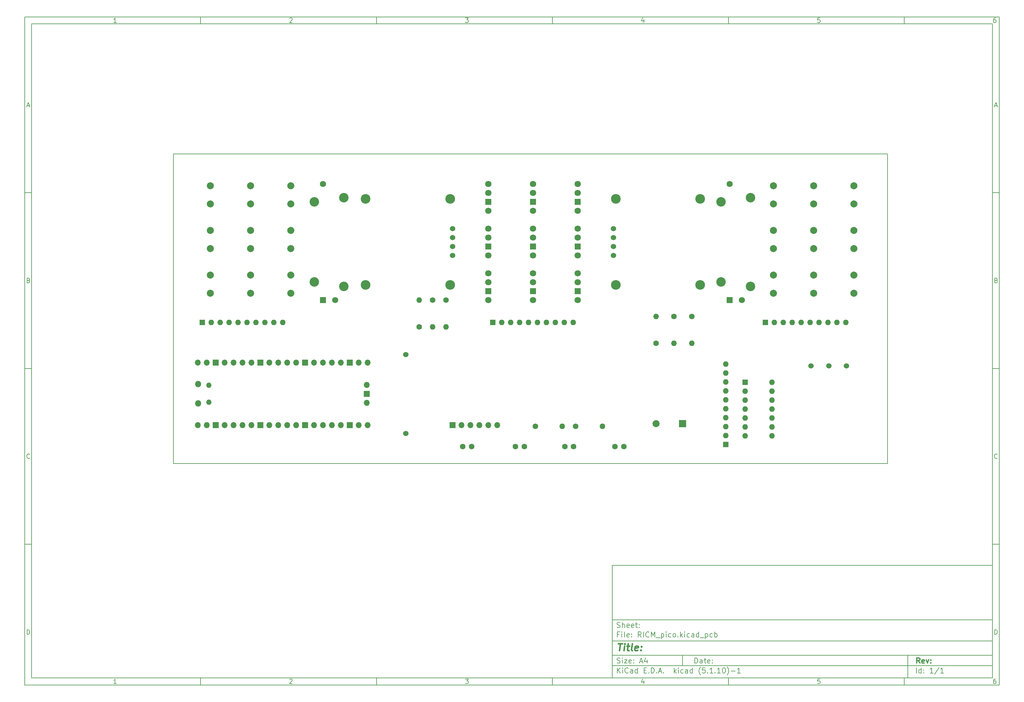
<source format=gbs>
%TF.GenerationSoftware,KiCad,Pcbnew,(5.1.10)-1*%
%TF.CreationDate,2021-07-12T12:41:51-04:00*%
%TF.ProjectId,RICM_pico,5249434d-5f70-4696-936f-2e6b69636164,rev?*%
%TF.SameCoordinates,Original*%
%TF.FileFunction,Soldermask,Bot*%
%TF.FilePolarity,Negative*%
%FSLAX46Y46*%
G04 Gerber Fmt 4.6, Leading zero omitted, Abs format (unit mm)*
G04 Created by KiCad (PCBNEW (5.1.10)-1) date 2021-07-12 12:41:51*
%MOMM*%
%LPD*%
G01*
G04 APERTURE LIST*
%ADD10C,0.100000*%
%ADD11C,0.150000*%
%ADD12C,0.300000*%
%ADD13C,0.400000*%
%TA.AperFunction,Profile*%
%ADD14C,0.150000*%
%TD*%
%ADD15C,1.524000*%
%ADD16C,1.600000*%
%ADD17R,1.800000X1.800000*%
%ADD18C,1.800000*%
%ADD19O,1.600000X1.600000*%
%ADD20R,1.600000X1.600000*%
%ADD21R,2.000000X2.000000*%
%ADD22C,2.000000*%
%ADD23C,2.750000*%
%ADD24R,1.700000X1.700000*%
%ADD25O,1.700000X1.700000*%
%ADD26O,1.800000X1.800000*%
%ADD27O,1.500000X1.500000*%
%ADD28R,1.750000X1.750000*%
%ADD29C,1.750000*%
%ADD30C,2.700000*%
G04 APERTURE END LIST*
D10*
D11*
X177002200Y-166007200D02*
X177002200Y-198007200D01*
X285002200Y-198007200D01*
X285002200Y-166007200D01*
X177002200Y-166007200D01*
D10*
D11*
X10000000Y-10000000D02*
X10000000Y-200007200D01*
X287002200Y-200007200D01*
X287002200Y-10000000D01*
X10000000Y-10000000D01*
D10*
D11*
X12000000Y-12000000D02*
X12000000Y-198007200D01*
X285002200Y-198007200D01*
X285002200Y-12000000D01*
X12000000Y-12000000D01*
D10*
D11*
X60000000Y-12000000D02*
X60000000Y-10000000D01*
D10*
D11*
X110000000Y-12000000D02*
X110000000Y-10000000D01*
D10*
D11*
X160000000Y-12000000D02*
X160000000Y-10000000D01*
D10*
D11*
X210000000Y-12000000D02*
X210000000Y-10000000D01*
D10*
D11*
X260000000Y-12000000D02*
X260000000Y-10000000D01*
D10*
D11*
X36065476Y-11588095D02*
X35322619Y-11588095D01*
X35694047Y-11588095D02*
X35694047Y-10288095D01*
X35570238Y-10473809D01*
X35446428Y-10597619D01*
X35322619Y-10659523D01*
D10*
D11*
X85322619Y-10411904D02*
X85384523Y-10350000D01*
X85508333Y-10288095D01*
X85817857Y-10288095D01*
X85941666Y-10350000D01*
X86003571Y-10411904D01*
X86065476Y-10535714D01*
X86065476Y-10659523D01*
X86003571Y-10845238D01*
X85260714Y-11588095D01*
X86065476Y-11588095D01*
D10*
D11*
X135260714Y-10288095D02*
X136065476Y-10288095D01*
X135632142Y-10783333D01*
X135817857Y-10783333D01*
X135941666Y-10845238D01*
X136003571Y-10907142D01*
X136065476Y-11030952D01*
X136065476Y-11340476D01*
X136003571Y-11464285D01*
X135941666Y-11526190D01*
X135817857Y-11588095D01*
X135446428Y-11588095D01*
X135322619Y-11526190D01*
X135260714Y-11464285D01*
D10*
D11*
X185941666Y-10721428D02*
X185941666Y-11588095D01*
X185632142Y-10226190D02*
X185322619Y-11154761D01*
X186127380Y-11154761D01*
D10*
D11*
X236003571Y-10288095D02*
X235384523Y-10288095D01*
X235322619Y-10907142D01*
X235384523Y-10845238D01*
X235508333Y-10783333D01*
X235817857Y-10783333D01*
X235941666Y-10845238D01*
X236003571Y-10907142D01*
X236065476Y-11030952D01*
X236065476Y-11340476D01*
X236003571Y-11464285D01*
X235941666Y-11526190D01*
X235817857Y-11588095D01*
X235508333Y-11588095D01*
X235384523Y-11526190D01*
X235322619Y-11464285D01*
D10*
D11*
X285941666Y-10288095D02*
X285694047Y-10288095D01*
X285570238Y-10350000D01*
X285508333Y-10411904D01*
X285384523Y-10597619D01*
X285322619Y-10845238D01*
X285322619Y-11340476D01*
X285384523Y-11464285D01*
X285446428Y-11526190D01*
X285570238Y-11588095D01*
X285817857Y-11588095D01*
X285941666Y-11526190D01*
X286003571Y-11464285D01*
X286065476Y-11340476D01*
X286065476Y-11030952D01*
X286003571Y-10907142D01*
X285941666Y-10845238D01*
X285817857Y-10783333D01*
X285570238Y-10783333D01*
X285446428Y-10845238D01*
X285384523Y-10907142D01*
X285322619Y-11030952D01*
D10*
D11*
X60000000Y-198007200D02*
X60000000Y-200007200D01*
D10*
D11*
X110000000Y-198007200D02*
X110000000Y-200007200D01*
D10*
D11*
X160000000Y-198007200D02*
X160000000Y-200007200D01*
D10*
D11*
X210000000Y-198007200D02*
X210000000Y-200007200D01*
D10*
D11*
X260000000Y-198007200D02*
X260000000Y-200007200D01*
D10*
D11*
X36065476Y-199595295D02*
X35322619Y-199595295D01*
X35694047Y-199595295D02*
X35694047Y-198295295D01*
X35570238Y-198481009D01*
X35446428Y-198604819D01*
X35322619Y-198666723D01*
D10*
D11*
X85322619Y-198419104D02*
X85384523Y-198357200D01*
X85508333Y-198295295D01*
X85817857Y-198295295D01*
X85941666Y-198357200D01*
X86003571Y-198419104D01*
X86065476Y-198542914D01*
X86065476Y-198666723D01*
X86003571Y-198852438D01*
X85260714Y-199595295D01*
X86065476Y-199595295D01*
D10*
D11*
X135260714Y-198295295D02*
X136065476Y-198295295D01*
X135632142Y-198790533D01*
X135817857Y-198790533D01*
X135941666Y-198852438D01*
X136003571Y-198914342D01*
X136065476Y-199038152D01*
X136065476Y-199347676D01*
X136003571Y-199471485D01*
X135941666Y-199533390D01*
X135817857Y-199595295D01*
X135446428Y-199595295D01*
X135322619Y-199533390D01*
X135260714Y-199471485D01*
D10*
D11*
X185941666Y-198728628D02*
X185941666Y-199595295D01*
X185632142Y-198233390D02*
X185322619Y-199161961D01*
X186127380Y-199161961D01*
D10*
D11*
X236003571Y-198295295D02*
X235384523Y-198295295D01*
X235322619Y-198914342D01*
X235384523Y-198852438D01*
X235508333Y-198790533D01*
X235817857Y-198790533D01*
X235941666Y-198852438D01*
X236003571Y-198914342D01*
X236065476Y-199038152D01*
X236065476Y-199347676D01*
X236003571Y-199471485D01*
X235941666Y-199533390D01*
X235817857Y-199595295D01*
X235508333Y-199595295D01*
X235384523Y-199533390D01*
X235322619Y-199471485D01*
D10*
D11*
X285941666Y-198295295D02*
X285694047Y-198295295D01*
X285570238Y-198357200D01*
X285508333Y-198419104D01*
X285384523Y-198604819D01*
X285322619Y-198852438D01*
X285322619Y-199347676D01*
X285384523Y-199471485D01*
X285446428Y-199533390D01*
X285570238Y-199595295D01*
X285817857Y-199595295D01*
X285941666Y-199533390D01*
X286003571Y-199471485D01*
X286065476Y-199347676D01*
X286065476Y-199038152D01*
X286003571Y-198914342D01*
X285941666Y-198852438D01*
X285817857Y-198790533D01*
X285570238Y-198790533D01*
X285446428Y-198852438D01*
X285384523Y-198914342D01*
X285322619Y-199038152D01*
D10*
D11*
X10000000Y-60000000D02*
X12000000Y-60000000D01*
D10*
D11*
X10000000Y-110000000D02*
X12000000Y-110000000D01*
D10*
D11*
X10000000Y-160000000D02*
X12000000Y-160000000D01*
D10*
D11*
X10690476Y-35216666D02*
X11309523Y-35216666D01*
X10566666Y-35588095D02*
X11000000Y-34288095D01*
X11433333Y-35588095D01*
D10*
D11*
X11092857Y-84907142D02*
X11278571Y-84969047D01*
X11340476Y-85030952D01*
X11402380Y-85154761D01*
X11402380Y-85340476D01*
X11340476Y-85464285D01*
X11278571Y-85526190D01*
X11154761Y-85588095D01*
X10659523Y-85588095D01*
X10659523Y-84288095D01*
X11092857Y-84288095D01*
X11216666Y-84350000D01*
X11278571Y-84411904D01*
X11340476Y-84535714D01*
X11340476Y-84659523D01*
X11278571Y-84783333D01*
X11216666Y-84845238D01*
X11092857Y-84907142D01*
X10659523Y-84907142D01*
D10*
D11*
X11402380Y-135464285D02*
X11340476Y-135526190D01*
X11154761Y-135588095D01*
X11030952Y-135588095D01*
X10845238Y-135526190D01*
X10721428Y-135402380D01*
X10659523Y-135278571D01*
X10597619Y-135030952D01*
X10597619Y-134845238D01*
X10659523Y-134597619D01*
X10721428Y-134473809D01*
X10845238Y-134350000D01*
X11030952Y-134288095D01*
X11154761Y-134288095D01*
X11340476Y-134350000D01*
X11402380Y-134411904D01*
D10*
D11*
X10659523Y-185588095D02*
X10659523Y-184288095D01*
X10969047Y-184288095D01*
X11154761Y-184350000D01*
X11278571Y-184473809D01*
X11340476Y-184597619D01*
X11402380Y-184845238D01*
X11402380Y-185030952D01*
X11340476Y-185278571D01*
X11278571Y-185402380D01*
X11154761Y-185526190D01*
X10969047Y-185588095D01*
X10659523Y-185588095D01*
D10*
D11*
X287002200Y-60000000D02*
X285002200Y-60000000D01*
D10*
D11*
X287002200Y-110000000D02*
X285002200Y-110000000D01*
D10*
D11*
X287002200Y-160000000D02*
X285002200Y-160000000D01*
D10*
D11*
X285692676Y-35216666D02*
X286311723Y-35216666D01*
X285568866Y-35588095D02*
X286002200Y-34288095D01*
X286435533Y-35588095D01*
D10*
D11*
X286095057Y-84907142D02*
X286280771Y-84969047D01*
X286342676Y-85030952D01*
X286404580Y-85154761D01*
X286404580Y-85340476D01*
X286342676Y-85464285D01*
X286280771Y-85526190D01*
X286156961Y-85588095D01*
X285661723Y-85588095D01*
X285661723Y-84288095D01*
X286095057Y-84288095D01*
X286218866Y-84350000D01*
X286280771Y-84411904D01*
X286342676Y-84535714D01*
X286342676Y-84659523D01*
X286280771Y-84783333D01*
X286218866Y-84845238D01*
X286095057Y-84907142D01*
X285661723Y-84907142D01*
D10*
D11*
X286404580Y-135464285D02*
X286342676Y-135526190D01*
X286156961Y-135588095D01*
X286033152Y-135588095D01*
X285847438Y-135526190D01*
X285723628Y-135402380D01*
X285661723Y-135278571D01*
X285599819Y-135030952D01*
X285599819Y-134845238D01*
X285661723Y-134597619D01*
X285723628Y-134473809D01*
X285847438Y-134350000D01*
X286033152Y-134288095D01*
X286156961Y-134288095D01*
X286342676Y-134350000D01*
X286404580Y-134411904D01*
D10*
D11*
X285661723Y-185588095D02*
X285661723Y-184288095D01*
X285971247Y-184288095D01*
X286156961Y-184350000D01*
X286280771Y-184473809D01*
X286342676Y-184597619D01*
X286404580Y-184845238D01*
X286404580Y-185030952D01*
X286342676Y-185278571D01*
X286280771Y-185402380D01*
X286156961Y-185526190D01*
X285971247Y-185588095D01*
X285661723Y-185588095D01*
D10*
D11*
X200434342Y-193785771D02*
X200434342Y-192285771D01*
X200791485Y-192285771D01*
X201005771Y-192357200D01*
X201148628Y-192500057D01*
X201220057Y-192642914D01*
X201291485Y-192928628D01*
X201291485Y-193142914D01*
X201220057Y-193428628D01*
X201148628Y-193571485D01*
X201005771Y-193714342D01*
X200791485Y-193785771D01*
X200434342Y-193785771D01*
X202577200Y-193785771D02*
X202577200Y-193000057D01*
X202505771Y-192857200D01*
X202362914Y-192785771D01*
X202077200Y-192785771D01*
X201934342Y-192857200D01*
X202577200Y-193714342D02*
X202434342Y-193785771D01*
X202077200Y-193785771D01*
X201934342Y-193714342D01*
X201862914Y-193571485D01*
X201862914Y-193428628D01*
X201934342Y-193285771D01*
X202077200Y-193214342D01*
X202434342Y-193214342D01*
X202577200Y-193142914D01*
X203077200Y-192785771D02*
X203648628Y-192785771D01*
X203291485Y-192285771D02*
X203291485Y-193571485D01*
X203362914Y-193714342D01*
X203505771Y-193785771D01*
X203648628Y-193785771D01*
X204720057Y-193714342D02*
X204577200Y-193785771D01*
X204291485Y-193785771D01*
X204148628Y-193714342D01*
X204077200Y-193571485D01*
X204077200Y-193000057D01*
X204148628Y-192857200D01*
X204291485Y-192785771D01*
X204577200Y-192785771D01*
X204720057Y-192857200D01*
X204791485Y-193000057D01*
X204791485Y-193142914D01*
X204077200Y-193285771D01*
X205434342Y-193642914D02*
X205505771Y-193714342D01*
X205434342Y-193785771D01*
X205362914Y-193714342D01*
X205434342Y-193642914D01*
X205434342Y-193785771D01*
X205434342Y-192857200D02*
X205505771Y-192928628D01*
X205434342Y-193000057D01*
X205362914Y-192928628D01*
X205434342Y-192857200D01*
X205434342Y-193000057D01*
D10*
D11*
X177002200Y-194507200D02*
X285002200Y-194507200D01*
D10*
D11*
X178434342Y-196585771D02*
X178434342Y-195085771D01*
X179291485Y-196585771D02*
X178648628Y-195728628D01*
X179291485Y-195085771D02*
X178434342Y-195942914D01*
X179934342Y-196585771D02*
X179934342Y-195585771D01*
X179934342Y-195085771D02*
X179862914Y-195157200D01*
X179934342Y-195228628D01*
X180005771Y-195157200D01*
X179934342Y-195085771D01*
X179934342Y-195228628D01*
X181505771Y-196442914D02*
X181434342Y-196514342D01*
X181220057Y-196585771D01*
X181077200Y-196585771D01*
X180862914Y-196514342D01*
X180720057Y-196371485D01*
X180648628Y-196228628D01*
X180577200Y-195942914D01*
X180577200Y-195728628D01*
X180648628Y-195442914D01*
X180720057Y-195300057D01*
X180862914Y-195157200D01*
X181077200Y-195085771D01*
X181220057Y-195085771D01*
X181434342Y-195157200D01*
X181505771Y-195228628D01*
X182791485Y-196585771D02*
X182791485Y-195800057D01*
X182720057Y-195657200D01*
X182577200Y-195585771D01*
X182291485Y-195585771D01*
X182148628Y-195657200D01*
X182791485Y-196514342D02*
X182648628Y-196585771D01*
X182291485Y-196585771D01*
X182148628Y-196514342D01*
X182077200Y-196371485D01*
X182077200Y-196228628D01*
X182148628Y-196085771D01*
X182291485Y-196014342D01*
X182648628Y-196014342D01*
X182791485Y-195942914D01*
X184148628Y-196585771D02*
X184148628Y-195085771D01*
X184148628Y-196514342D02*
X184005771Y-196585771D01*
X183720057Y-196585771D01*
X183577200Y-196514342D01*
X183505771Y-196442914D01*
X183434342Y-196300057D01*
X183434342Y-195871485D01*
X183505771Y-195728628D01*
X183577200Y-195657200D01*
X183720057Y-195585771D01*
X184005771Y-195585771D01*
X184148628Y-195657200D01*
X186005771Y-195800057D02*
X186505771Y-195800057D01*
X186720057Y-196585771D02*
X186005771Y-196585771D01*
X186005771Y-195085771D01*
X186720057Y-195085771D01*
X187362914Y-196442914D02*
X187434342Y-196514342D01*
X187362914Y-196585771D01*
X187291485Y-196514342D01*
X187362914Y-196442914D01*
X187362914Y-196585771D01*
X188077200Y-196585771D02*
X188077200Y-195085771D01*
X188434342Y-195085771D01*
X188648628Y-195157200D01*
X188791485Y-195300057D01*
X188862914Y-195442914D01*
X188934342Y-195728628D01*
X188934342Y-195942914D01*
X188862914Y-196228628D01*
X188791485Y-196371485D01*
X188648628Y-196514342D01*
X188434342Y-196585771D01*
X188077200Y-196585771D01*
X189577200Y-196442914D02*
X189648628Y-196514342D01*
X189577200Y-196585771D01*
X189505771Y-196514342D01*
X189577200Y-196442914D01*
X189577200Y-196585771D01*
X190220057Y-196157200D02*
X190934342Y-196157200D01*
X190077200Y-196585771D02*
X190577200Y-195085771D01*
X191077200Y-196585771D01*
X191577200Y-196442914D02*
X191648628Y-196514342D01*
X191577200Y-196585771D01*
X191505771Y-196514342D01*
X191577200Y-196442914D01*
X191577200Y-196585771D01*
X194577200Y-196585771D02*
X194577200Y-195085771D01*
X194720057Y-196014342D02*
X195148628Y-196585771D01*
X195148628Y-195585771D02*
X194577200Y-196157200D01*
X195791485Y-196585771D02*
X195791485Y-195585771D01*
X195791485Y-195085771D02*
X195720057Y-195157200D01*
X195791485Y-195228628D01*
X195862914Y-195157200D01*
X195791485Y-195085771D01*
X195791485Y-195228628D01*
X197148628Y-196514342D02*
X197005771Y-196585771D01*
X196720057Y-196585771D01*
X196577200Y-196514342D01*
X196505771Y-196442914D01*
X196434342Y-196300057D01*
X196434342Y-195871485D01*
X196505771Y-195728628D01*
X196577200Y-195657200D01*
X196720057Y-195585771D01*
X197005771Y-195585771D01*
X197148628Y-195657200D01*
X198434342Y-196585771D02*
X198434342Y-195800057D01*
X198362914Y-195657200D01*
X198220057Y-195585771D01*
X197934342Y-195585771D01*
X197791485Y-195657200D01*
X198434342Y-196514342D02*
X198291485Y-196585771D01*
X197934342Y-196585771D01*
X197791485Y-196514342D01*
X197720057Y-196371485D01*
X197720057Y-196228628D01*
X197791485Y-196085771D01*
X197934342Y-196014342D01*
X198291485Y-196014342D01*
X198434342Y-195942914D01*
X199791485Y-196585771D02*
X199791485Y-195085771D01*
X199791485Y-196514342D02*
X199648628Y-196585771D01*
X199362914Y-196585771D01*
X199220057Y-196514342D01*
X199148628Y-196442914D01*
X199077200Y-196300057D01*
X199077200Y-195871485D01*
X199148628Y-195728628D01*
X199220057Y-195657200D01*
X199362914Y-195585771D01*
X199648628Y-195585771D01*
X199791485Y-195657200D01*
X202077200Y-197157200D02*
X202005771Y-197085771D01*
X201862914Y-196871485D01*
X201791485Y-196728628D01*
X201720057Y-196514342D01*
X201648628Y-196157200D01*
X201648628Y-195871485D01*
X201720057Y-195514342D01*
X201791485Y-195300057D01*
X201862914Y-195157200D01*
X202005771Y-194942914D01*
X202077200Y-194871485D01*
X203362914Y-195085771D02*
X202648628Y-195085771D01*
X202577200Y-195800057D01*
X202648628Y-195728628D01*
X202791485Y-195657200D01*
X203148628Y-195657200D01*
X203291485Y-195728628D01*
X203362914Y-195800057D01*
X203434342Y-195942914D01*
X203434342Y-196300057D01*
X203362914Y-196442914D01*
X203291485Y-196514342D01*
X203148628Y-196585771D01*
X202791485Y-196585771D01*
X202648628Y-196514342D01*
X202577200Y-196442914D01*
X204077200Y-196442914D02*
X204148628Y-196514342D01*
X204077200Y-196585771D01*
X204005771Y-196514342D01*
X204077200Y-196442914D01*
X204077200Y-196585771D01*
X205577200Y-196585771D02*
X204720057Y-196585771D01*
X205148628Y-196585771D02*
X205148628Y-195085771D01*
X205005771Y-195300057D01*
X204862914Y-195442914D01*
X204720057Y-195514342D01*
X206220057Y-196442914D02*
X206291485Y-196514342D01*
X206220057Y-196585771D01*
X206148628Y-196514342D01*
X206220057Y-196442914D01*
X206220057Y-196585771D01*
X207720057Y-196585771D02*
X206862914Y-196585771D01*
X207291485Y-196585771D02*
X207291485Y-195085771D01*
X207148628Y-195300057D01*
X207005771Y-195442914D01*
X206862914Y-195514342D01*
X208648628Y-195085771D02*
X208791485Y-195085771D01*
X208934342Y-195157200D01*
X209005771Y-195228628D01*
X209077200Y-195371485D01*
X209148628Y-195657200D01*
X209148628Y-196014342D01*
X209077200Y-196300057D01*
X209005771Y-196442914D01*
X208934342Y-196514342D01*
X208791485Y-196585771D01*
X208648628Y-196585771D01*
X208505771Y-196514342D01*
X208434342Y-196442914D01*
X208362914Y-196300057D01*
X208291485Y-196014342D01*
X208291485Y-195657200D01*
X208362914Y-195371485D01*
X208434342Y-195228628D01*
X208505771Y-195157200D01*
X208648628Y-195085771D01*
X209648628Y-197157200D02*
X209720057Y-197085771D01*
X209862914Y-196871485D01*
X209934342Y-196728628D01*
X210005771Y-196514342D01*
X210077200Y-196157200D01*
X210077200Y-195871485D01*
X210005771Y-195514342D01*
X209934342Y-195300057D01*
X209862914Y-195157200D01*
X209720057Y-194942914D01*
X209648628Y-194871485D01*
X210791485Y-196014342D02*
X211934342Y-196014342D01*
X213434342Y-196585771D02*
X212577200Y-196585771D01*
X213005771Y-196585771D02*
X213005771Y-195085771D01*
X212862914Y-195300057D01*
X212720057Y-195442914D01*
X212577200Y-195514342D01*
D10*
D11*
X177002200Y-191507200D02*
X285002200Y-191507200D01*
D10*
D12*
X264411485Y-193785771D02*
X263911485Y-193071485D01*
X263554342Y-193785771D02*
X263554342Y-192285771D01*
X264125771Y-192285771D01*
X264268628Y-192357200D01*
X264340057Y-192428628D01*
X264411485Y-192571485D01*
X264411485Y-192785771D01*
X264340057Y-192928628D01*
X264268628Y-193000057D01*
X264125771Y-193071485D01*
X263554342Y-193071485D01*
X265625771Y-193714342D02*
X265482914Y-193785771D01*
X265197200Y-193785771D01*
X265054342Y-193714342D01*
X264982914Y-193571485D01*
X264982914Y-193000057D01*
X265054342Y-192857200D01*
X265197200Y-192785771D01*
X265482914Y-192785771D01*
X265625771Y-192857200D01*
X265697200Y-193000057D01*
X265697200Y-193142914D01*
X264982914Y-193285771D01*
X266197200Y-192785771D02*
X266554342Y-193785771D01*
X266911485Y-192785771D01*
X267482914Y-193642914D02*
X267554342Y-193714342D01*
X267482914Y-193785771D01*
X267411485Y-193714342D01*
X267482914Y-193642914D01*
X267482914Y-193785771D01*
X267482914Y-192857200D02*
X267554342Y-192928628D01*
X267482914Y-193000057D01*
X267411485Y-192928628D01*
X267482914Y-192857200D01*
X267482914Y-193000057D01*
D10*
D11*
X178362914Y-193714342D02*
X178577200Y-193785771D01*
X178934342Y-193785771D01*
X179077200Y-193714342D01*
X179148628Y-193642914D01*
X179220057Y-193500057D01*
X179220057Y-193357200D01*
X179148628Y-193214342D01*
X179077200Y-193142914D01*
X178934342Y-193071485D01*
X178648628Y-193000057D01*
X178505771Y-192928628D01*
X178434342Y-192857200D01*
X178362914Y-192714342D01*
X178362914Y-192571485D01*
X178434342Y-192428628D01*
X178505771Y-192357200D01*
X178648628Y-192285771D01*
X179005771Y-192285771D01*
X179220057Y-192357200D01*
X179862914Y-193785771D02*
X179862914Y-192785771D01*
X179862914Y-192285771D02*
X179791485Y-192357200D01*
X179862914Y-192428628D01*
X179934342Y-192357200D01*
X179862914Y-192285771D01*
X179862914Y-192428628D01*
X180434342Y-192785771D02*
X181220057Y-192785771D01*
X180434342Y-193785771D01*
X181220057Y-193785771D01*
X182362914Y-193714342D02*
X182220057Y-193785771D01*
X181934342Y-193785771D01*
X181791485Y-193714342D01*
X181720057Y-193571485D01*
X181720057Y-193000057D01*
X181791485Y-192857200D01*
X181934342Y-192785771D01*
X182220057Y-192785771D01*
X182362914Y-192857200D01*
X182434342Y-193000057D01*
X182434342Y-193142914D01*
X181720057Y-193285771D01*
X183077200Y-193642914D02*
X183148628Y-193714342D01*
X183077200Y-193785771D01*
X183005771Y-193714342D01*
X183077200Y-193642914D01*
X183077200Y-193785771D01*
X183077200Y-192857200D02*
X183148628Y-192928628D01*
X183077200Y-193000057D01*
X183005771Y-192928628D01*
X183077200Y-192857200D01*
X183077200Y-193000057D01*
X184862914Y-193357200D02*
X185577200Y-193357200D01*
X184720057Y-193785771D02*
X185220057Y-192285771D01*
X185720057Y-193785771D01*
X186862914Y-192785771D02*
X186862914Y-193785771D01*
X186505771Y-192214342D02*
X186148628Y-193285771D01*
X187077200Y-193285771D01*
D10*
D11*
X263434342Y-196585771D02*
X263434342Y-195085771D01*
X264791485Y-196585771D02*
X264791485Y-195085771D01*
X264791485Y-196514342D02*
X264648628Y-196585771D01*
X264362914Y-196585771D01*
X264220057Y-196514342D01*
X264148628Y-196442914D01*
X264077200Y-196300057D01*
X264077200Y-195871485D01*
X264148628Y-195728628D01*
X264220057Y-195657200D01*
X264362914Y-195585771D01*
X264648628Y-195585771D01*
X264791485Y-195657200D01*
X265505771Y-196442914D02*
X265577200Y-196514342D01*
X265505771Y-196585771D01*
X265434342Y-196514342D01*
X265505771Y-196442914D01*
X265505771Y-196585771D01*
X265505771Y-195657200D02*
X265577200Y-195728628D01*
X265505771Y-195800057D01*
X265434342Y-195728628D01*
X265505771Y-195657200D01*
X265505771Y-195800057D01*
X268148628Y-196585771D02*
X267291485Y-196585771D01*
X267720057Y-196585771D02*
X267720057Y-195085771D01*
X267577200Y-195300057D01*
X267434342Y-195442914D01*
X267291485Y-195514342D01*
X269862914Y-195014342D02*
X268577200Y-196942914D01*
X271148628Y-196585771D02*
X270291485Y-196585771D01*
X270720057Y-196585771D02*
X270720057Y-195085771D01*
X270577200Y-195300057D01*
X270434342Y-195442914D01*
X270291485Y-195514342D01*
D10*
D11*
X177002200Y-187507200D02*
X285002200Y-187507200D01*
D10*
D13*
X178714580Y-188211961D02*
X179857438Y-188211961D01*
X179036009Y-190211961D02*
X179286009Y-188211961D01*
X180274104Y-190211961D02*
X180440771Y-188878628D01*
X180524104Y-188211961D02*
X180416961Y-188307200D01*
X180500295Y-188402438D01*
X180607438Y-188307200D01*
X180524104Y-188211961D01*
X180500295Y-188402438D01*
X181107438Y-188878628D02*
X181869342Y-188878628D01*
X181476485Y-188211961D02*
X181262200Y-189926247D01*
X181333628Y-190116723D01*
X181512200Y-190211961D01*
X181702676Y-190211961D01*
X182655057Y-190211961D02*
X182476485Y-190116723D01*
X182405057Y-189926247D01*
X182619342Y-188211961D01*
X184190771Y-190116723D02*
X183988390Y-190211961D01*
X183607438Y-190211961D01*
X183428866Y-190116723D01*
X183357438Y-189926247D01*
X183452676Y-189164342D01*
X183571723Y-188973866D01*
X183774104Y-188878628D01*
X184155057Y-188878628D01*
X184333628Y-188973866D01*
X184405057Y-189164342D01*
X184381247Y-189354819D01*
X183405057Y-189545295D01*
X185155057Y-190021485D02*
X185238390Y-190116723D01*
X185131247Y-190211961D01*
X185047914Y-190116723D01*
X185155057Y-190021485D01*
X185131247Y-190211961D01*
X185286009Y-188973866D02*
X185369342Y-189069104D01*
X185262200Y-189164342D01*
X185178866Y-189069104D01*
X185286009Y-188973866D01*
X185262200Y-189164342D01*
D10*
D11*
X178934342Y-185600057D02*
X178434342Y-185600057D01*
X178434342Y-186385771D02*
X178434342Y-184885771D01*
X179148628Y-184885771D01*
X179720057Y-186385771D02*
X179720057Y-185385771D01*
X179720057Y-184885771D02*
X179648628Y-184957200D01*
X179720057Y-185028628D01*
X179791485Y-184957200D01*
X179720057Y-184885771D01*
X179720057Y-185028628D01*
X180648628Y-186385771D02*
X180505771Y-186314342D01*
X180434342Y-186171485D01*
X180434342Y-184885771D01*
X181791485Y-186314342D02*
X181648628Y-186385771D01*
X181362914Y-186385771D01*
X181220057Y-186314342D01*
X181148628Y-186171485D01*
X181148628Y-185600057D01*
X181220057Y-185457200D01*
X181362914Y-185385771D01*
X181648628Y-185385771D01*
X181791485Y-185457200D01*
X181862914Y-185600057D01*
X181862914Y-185742914D01*
X181148628Y-185885771D01*
X182505771Y-186242914D02*
X182577200Y-186314342D01*
X182505771Y-186385771D01*
X182434342Y-186314342D01*
X182505771Y-186242914D01*
X182505771Y-186385771D01*
X182505771Y-185457200D02*
X182577200Y-185528628D01*
X182505771Y-185600057D01*
X182434342Y-185528628D01*
X182505771Y-185457200D01*
X182505771Y-185600057D01*
X185220057Y-186385771D02*
X184720057Y-185671485D01*
X184362914Y-186385771D02*
X184362914Y-184885771D01*
X184934342Y-184885771D01*
X185077200Y-184957200D01*
X185148628Y-185028628D01*
X185220057Y-185171485D01*
X185220057Y-185385771D01*
X185148628Y-185528628D01*
X185077200Y-185600057D01*
X184934342Y-185671485D01*
X184362914Y-185671485D01*
X185862914Y-186385771D02*
X185862914Y-184885771D01*
X187434342Y-186242914D02*
X187362914Y-186314342D01*
X187148628Y-186385771D01*
X187005771Y-186385771D01*
X186791485Y-186314342D01*
X186648628Y-186171485D01*
X186577200Y-186028628D01*
X186505771Y-185742914D01*
X186505771Y-185528628D01*
X186577200Y-185242914D01*
X186648628Y-185100057D01*
X186791485Y-184957200D01*
X187005771Y-184885771D01*
X187148628Y-184885771D01*
X187362914Y-184957200D01*
X187434342Y-185028628D01*
X188077200Y-186385771D02*
X188077200Y-184885771D01*
X188577200Y-185957200D01*
X189077200Y-184885771D01*
X189077200Y-186385771D01*
X189434342Y-186528628D02*
X190577200Y-186528628D01*
X190934342Y-185385771D02*
X190934342Y-186885771D01*
X190934342Y-185457200D02*
X191077200Y-185385771D01*
X191362914Y-185385771D01*
X191505771Y-185457200D01*
X191577200Y-185528628D01*
X191648628Y-185671485D01*
X191648628Y-186100057D01*
X191577200Y-186242914D01*
X191505771Y-186314342D01*
X191362914Y-186385771D01*
X191077200Y-186385771D01*
X190934342Y-186314342D01*
X192291485Y-186385771D02*
X192291485Y-185385771D01*
X192291485Y-184885771D02*
X192220057Y-184957200D01*
X192291485Y-185028628D01*
X192362914Y-184957200D01*
X192291485Y-184885771D01*
X192291485Y-185028628D01*
X193648628Y-186314342D02*
X193505771Y-186385771D01*
X193220057Y-186385771D01*
X193077200Y-186314342D01*
X193005771Y-186242914D01*
X192934342Y-186100057D01*
X192934342Y-185671485D01*
X193005771Y-185528628D01*
X193077200Y-185457200D01*
X193220057Y-185385771D01*
X193505771Y-185385771D01*
X193648628Y-185457200D01*
X194505771Y-186385771D02*
X194362914Y-186314342D01*
X194291485Y-186242914D01*
X194220057Y-186100057D01*
X194220057Y-185671485D01*
X194291485Y-185528628D01*
X194362914Y-185457200D01*
X194505771Y-185385771D01*
X194720057Y-185385771D01*
X194862914Y-185457200D01*
X194934342Y-185528628D01*
X195005771Y-185671485D01*
X195005771Y-186100057D01*
X194934342Y-186242914D01*
X194862914Y-186314342D01*
X194720057Y-186385771D01*
X194505771Y-186385771D01*
X195648628Y-186242914D02*
X195720057Y-186314342D01*
X195648628Y-186385771D01*
X195577200Y-186314342D01*
X195648628Y-186242914D01*
X195648628Y-186385771D01*
X196362914Y-186385771D02*
X196362914Y-184885771D01*
X196505771Y-185814342D02*
X196934342Y-186385771D01*
X196934342Y-185385771D02*
X196362914Y-185957200D01*
X197577200Y-186385771D02*
X197577200Y-185385771D01*
X197577200Y-184885771D02*
X197505771Y-184957200D01*
X197577200Y-185028628D01*
X197648628Y-184957200D01*
X197577200Y-184885771D01*
X197577200Y-185028628D01*
X198934342Y-186314342D02*
X198791485Y-186385771D01*
X198505771Y-186385771D01*
X198362914Y-186314342D01*
X198291485Y-186242914D01*
X198220057Y-186100057D01*
X198220057Y-185671485D01*
X198291485Y-185528628D01*
X198362914Y-185457200D01*
X198505771Y-185385771D01*
X198791485Y-185385771D01*
X198934342Y-185457200D01*
X200220057Y-186385771D02*
X200220057Y-185600057D01*
X200148628Y-185457200D01*
X200005771Y-185385771D01*
X199720057Y-185385771D01*
X199577200Y-185457200D01*
X200220057Y-186314342D02*
X200077200Y-186385771D01*
X199720057Y-186385771D01*
X199577200Y-186314342D01*
X199505771Y-186171485D01*
X199505771Y-186028628D01*
X199577200Y-185885771D01*
X199720057Y-185814342D01*
X200077200Y-185814342D01*
X200220057Y-185742914D01*
X201577200Y-186385771D02*
X201577200Y-184885771D01*
X201577200Y-186314342D02*
X201434342Y-186385771D01*
X201148628Y-186385771D01*
X201005771Y-186314342D01*
X200934342Y-186242914D01*
X200862914Y-186100057D01*
X200862914Y-185671485D01*
X200934342Y-185528628D01*
X201005771Y-185457200D01*
X201148628Y-185385771D01*
X201434342Y-185385771D01*
X201577200Y-185457200D01*
X201934342Y-186528628D02*
X203077200Y-186528628D01*
X203434342Y-185385771D02*
X203434342Y-186885771D01*
X203434342Y-185457200D02*
X203577200Y-185385771D01*
X203862914Y-185385771D01*
X204005771Y-185457200D01*
X204077200Y-185528628D01*
X204148628Y-185671485D01*
X204148628Y-186100057D01*
X204077200Y-186242914D01*
X204005771Y-186314342D01*
X203862914Y-186385771D01*
X203577200Y-186385771D01*
X203434342Y-186314342D01*
X205434342Y-186314342D02*
X205291485Y-186385771D01*
X205005771Y-186385771D01*
X204862914Y-186314342D01*
X204791485Y-186242914D01*
X204720057Y-186100057D01*
X204720057Y-185671485D01*
X204791485Y-185528628D01*
X204862914Y-185457200D01*
X205005771Y-185385771D01*
X205291485Y-185385771D01*
X205434342Y-185457200D01*
X206077200Y-186385771D02*
X206077200Y-184885771D01*
X206077200Y-185457200D02*
X206220057Y-185385771D01*
X206505771Y-185385771D01*
X206648628Y-185457200D01*
X206720057Y-185528628D01*
X206791485Y-185671485D01*
X206791485Y-186100057D01*
X206720057Y-186242914D01*
X206648628Y-186314342D01*
X206505771Y-186385771D01*
X206220057Y-186385771D01*
X206077200Y-186314342D01*
D10*
D11*
X177002200Y-181507200D02*
X285002200Y-181507200D01*
D10*
D11*
X178362914Y-183614342D02*
X178577200Y-183685771D01*
X178934342Y-183685771D01*
X179077200Y-183614342D01*
X179148628Y-183542914D01*
X179220057Y-183400057D01*
X179220057Y-183257200D01*
X179148628Y-183114342D01*
X179077200Y-183042914D01*
X178934342Y-182971485D01*
X178648628Y-182900057D01*
X178505771Y-182828628D01*
X178434342Y-182757200D01*
X178362914Y-182614342D01*
X178362914Y-182471485D01*
X178434342Y-182328628D01*
X178505771Y-182257200D01*
X178648628Y-182185771D01*
X179005771Y-182185771D01*
X179220057Y-182257200D01*
X179862914Y-183685771D02*
X179862914Y-182185771D01*
X180505771Y-183685771D02*
X180505771Y-182900057D01*
X180434342Y-182757200D01*
X180291485Y-182685771D01*
X180077200Y-182685771D01*
X179934342Y-182757200D01*
X179862914Y-182828628D01*
X181791485Y-183614342D02*
X181648628Y-183685771D01*
X181362914Y-183685771D01*
X181220057Y-183614342D01*
X181148628Y-183471485D01*
X181148628Y-182900057D01*
X181220057Y-182757200D01*
X181362914Y-182685771D01*
X181648628Y-182685771D01*
X181791485Y-182757200D01*
X181862914Y-182900057D01*
X181862914Y-183042914D01*
X181148628Y-183185771D01*
X183077200Y-183614342D02*
X182934342Y-183685771D01*
X182648628Y-183685771D01*
X182505771Y-183614342D01*
X182434342Y-183471485D01*
X182434342Y-182900057D01*
X182505771Y-182757200D01*
X182648628Y-182685771D01*
X182934342Y-182685771D01*
X183077200Y-182757200D01*
X183148628Y-182900057D01*
X183148628Y-183042914D01*
X182434342Y-183185771D01*
X183577200Y-182685771D02*
X184148628Y-182685771D01*
X183791485Y-182185771D02*
X183791485Y-183471485D01*
X183862914Y-183614342D01*
X184005771Y-183685771D01*
X184148628Y-183685771D01*
X184648628Y-183542914D02*
X184720057Y-183614342D01*
X184648628Y-183685771D01*
X184577200Y-183614342D01*
X184648628Y-183542914D01*
X184648628Y-183685771D01*
X184648628Y-182757200D02*
X184720057Y-182828628D01*
X184648628Y-182900057D01*
X184577200Y-182828628D01*
X184648628Y-182757200D01*
X184648628Y-182900057D01*
D10*
D11*
X197002200Y-191507200D02*
X197002200Y-194507200D01*
D10*
D11*
X261002200Y-191507200D02*
X261002200Y-198007200D01*
D14*
X255246000Y-136978000D02*
X52246000Y-136978000D01*
X255246000Y-48978000D02*
X52246000Y-48978000D01*
X255246000Y-48978000D02*
X255246000Y-136978000D01*
X52246000Y-48978000D02*
X52246000Y-136978000D01*
D15*
%TO.C,RV3*%
X233496000Y-109228000D03*
X238496000Y-109228000D03*
X243496000Y-109228000D03*
%TD*%
%TO.C,F1*%
X118339000Y-106056000D03*
X118339000Y-128456000D03*
%TD*%
D16*
%TO.C,C5*%
X180246000Y-132228000D03*
X177746000Y-132228000D03*
%TD*%
%TO.C,C4*%
X165996000Y-132228000D03*
X163496000Y-132228000D03*
%TD*%
%TO.C,C3*%
X151996000Y-132228000D03*
X149496000Y-132228000D03*
%TD*%
%TO.C,C2*%
X134496000Y-132228000D03*
X136996000Y-132228000D03*
%TD*%
D17*
%TO.C,D3*%
X141746000Y-75268000D03*
D18*
X141746000Y-72728000D03*
X141746000Y-70188000D03*
X141746000Y-77808000D03*
%TD*%
D16*
%TO.C,R6*%
X199566000Y-95158000D03*
D19*
X199566000Y-102778000D03*
%TD*%
D16*
%TO.C,R8*%
X122096000Y-98168000D03*
D19*
X122096000Y-90548000D03*
%TD*%
D20*
%TO.C,RN4*%
X143016000Y-96858000D03*
D19*
X145556000Y-96858000D03*
X148096000Y-96858000D03*
X150636000Y-96858000D03*
X153176000Y-96858000D03*
X155716000Y-96858000D03*
X158256000Y-96858000D03*
X160796000Y-96858000D03*
X163336000Y-96858000D03*
X165876000Y-96858000D03*
%TD*%
D21*
%TO.C,LS1*%
X197006000Y-125638000D03*
D22*
X189406000Y-125638000D03*
%TD*%
D15*
%TO.C,DS2*%
X177306000Y-77808000D03*
X177306000Y-75268000D03*
X177306000Y-72728000D03*
X177306000Y-70188000D03*
D23*
X177976000Y-61748000D03*
X177976000Y-86248000D03*
X201976000Y-86248000D03*
X201976000Y-61748000D03*
%TD*%
D15*
%TO.C,DS1*%
X131586000Y-70188000D03*
X131586000Y-72728000D03*
X131586000Y-75268000D03*
X131586000Y-77808000D03*
D23*
X130916000Y-86248000D03*
X130916000Y-61748000D03*
X106916000Y-61748000D03*
X106916000Y-86248000D03*
%TD*%
D16*
%TO.C,R7*%
X189406000Y-102778000D03*
D19*
X189406000Y-95158000D03*
%TD*%
D16*
%TO.C,R5*%
X194486000Y-95158000D03*
D19*
X194486000Y-102778000D03*
%TD*%
D16*
%TO.C,R4*%
X125906000Y-90548000D03*
D19*
X125906000Y-98168000D03*
%TD*%
D16*
%TO.C,R3*%
X129716000Y-90548000D03*
D19*
X129716000Y-98168000D03*
%TD*%
D17*
%TO.C,D10*%
X167146000Y-62568000D03*
D18*
X167146000Y-60028000D03*
X167146000Y-57488000D03*
X167146000Y-65108000D03*
%TD*%
D17*
%TO.C,D9*%
X167146000Y-75268000D03*
D18*
X167146000Y-72728000D03*
X167146000Y-70188000D03*
X167146000Y-77808000D03*
%TD*%
D17*
%TO.C,D8*%
X167146000Y-87968000D03*
D18*
X167146000Y-85428000D03*
X167146000Y-82888000D03*
X167146000Y-90508000D03*
%TD*%
D17*
%TO.C,D7*%
X154446000Y-62568000D03*
D18*
X154446000Y-60028000D03*
X154446000Y-57488000D03*
X154446000Y-65108000D03*
%TD*%
D17*
%TO.C,D6*%
X154446000Y-75268000D03*
D18*
X154446000Y-72728000D03*
X154446000Y-70188000D03*
X154446000Y-77808000D03*
%TD*%
D17*
%TO.C,D5*%
X154446000Y-87968000D03*
D18*
X154446000Y-85428000D03*
X154446000Y-82888000D03*
X154446000Y-90508000D03*
%TD*%
D17*
%TO.C,D4*%
X141746000Y-62568000D03*
D18*
X141746000Y-60028000D03*
X141746000Y-57488000D03*
X141746000Y-65108000D03*
%TD*%
D17*
%TO.C,D2*%
X141746000Y-87968000D03*
D18*
X141746000Y-85428000D03*
X141746000Y-82888000D03*
X141746000Y-90508000D03*
%TD*%
D16*
%TO.C,R2*%
X166566000Y-126468000D03*
D19*
X174186000Y-126468000D03*
%TD*%
D24*
%TO.C,J2*%
X131586000Y-126068000D03*
D25*
X134126000Y-126068000D03*
X136666000Y-126068000D03*
X139206000Y-126068000D03*
X141746000Y-126068000D03*
X144286000Y-126068000D03*
%TD*%
D20*
%TO.C,SW19*%
X214757000Y-113919000D03*
D19*
X222377000Y-129159000D03*
X214757000Y-116459000D03*
X222377000Y-126619000D03*
X214757000Y-118999000D03*
X222377000Y-124079000D03*
X214757000Y-121539000D03*
X222377000Y-121539000D03*
X214757000Y-124079000D03*
X222377000Y-118999000D03*
X214757000Y-126619000D03*
X222377000Y-116459000D03*
X214757000Y-129159000D03*
X222377000Y-113919000D03*
%TD*%
D22*
%TO.C,SW18*%
X85612000Y-63177600D03*
X85612000Y-58021400D03*
%TD*%
%TO.C,SW17*%
X85612000Y-75877600D03*
X85612000Y-70721400D03*
%TD*%
%TO.C,SW16*%
X85612000Y-88577600D03*
X85612000Y-83421400D03*
%TD*%
%TO.C,SW15*%
X74182000Y-63177600D03*
X74182000Y-58021400D03*
%TD*%
%TO.C,SW14*%
X74182000Y-75877600D03*
X74182000Y-70721400D03*
%TD*%
%TO.C,SW13*%
X74182000Y-88577600D03*
X74182000Y-83421400D03*
%TD*%
%TO.C,SW12*%
X62752000Y-63177600D03*
X62752000Y-58021400D03*
%TD*%
%TO.C,SW11*%
X62752000Y-75877600D03*
X62752000Y-70721400D03*
%TD*%
%TO.C,SW10*%
X62752000Y-88577600D03*
X62752000Y-83421400D03*
%TD*%
D20*
%TO.C,RN3*%
X209218000Y-131607000D03*
D19*
X209218000Y-129067000D03*
X209218000Y-126527000D03*
X209218000Y-123987000D03*
X209218000Y-121447000D03*
X209218000Y-118907000D03*
X209218000Y-116367000D03*
X209218000Y-113827000D03*
X209218000Y-111287000D03*
X209218000Y-108747000D03*
%TD*%
D20*
%TO.C,RN2*%
X60466000Y-96858000D03*
D19*
X63006000Y-96858000D03*
X65546000Y-96858000D03*
X68086000Y-96858000D03*
X70626000Y-96858000D03*
X73166000Y-96858000D03*
X75706000Y-96858000D03*
X78246000Y-96858000D03*
X80786000Y-96858000D03*
X83326000Y-96858000D03*
%TD*%
D16*
%TO.C,R1*%
X155136000Y-126468000D03*
D19*
X162756000Y-126468000D03*
%TD*%
D25*
%TO.C,U1*%
X59196000Y-126068000D03*
X61736000Y-126068000D03*
D24*
X64276000Y-126068000D03*
D25*
X66816000Y-126068000D03*
X69356000Y-126068000D03*
X71896000Y-126068000D03*
X74436000Y-126068000D03*
D24*
X76976000Y-126068000D03*
D25*
X79516000Y-126068000D03*
X82056000Y-126068000D03*
X84596000Y-126068000D03*
X87136000Y-126068000D03*
D24*
X89676000Y-126068000D03*
D25*
X92216000Y-126068000D03*
X94756000Y-126068000D03*
X97296000Y-126068000D03*
X99836000Y-126068000D03*
D24*
X102376000Y-126068000D03*
D25*
X104916000Y-126068000D03*
X107456000Y-126068000D03*
X107456000Y-108288000D03*
X104916000Y-108288000D03*
D24*
X102376000Y-108288000D03*
D25*
X99836000Y-108288000D03*
X97296000Y-108288000D03*
X94756000Y-108288000D03*
X92216000Y-108288000D03*
D24*
X89676000Y-108288000D03*
D25*
X87136000Y-108288000D03*
X84596000Y-108288000D03*
X82056000Y-108288000D03*
X79516000Y-108288000D03*
D24*
X76976000Y-108288000D03*
D25*
X74436000Y-108288000D03*
X71896000Y-108288000D03*
X69356000Y-108288000D03*
X66816000Y-108288000D03*
D24*
X64276000Y-108288000D03*
D25*
X61736000Y-108288000D03*
X59196000Y-108288000D03*
D26*
X59326000Y-119903000D03*
X59326000Y-114453000D03*
D27*
X62356000Y-119603000D03*
X62356000Y-114753000D03*
D25*
X107226000Y-119718000D03*
D24*
X107226000Y-117178000D03*
D25*
X107226000Y-114638000D03*
%TD*%
D22*
%TO.C,SW9*%
X245632000Y-63177600D03*
X245632000Y-58021400D03*
%TD*%
%TO.C,SW8*%
X245632000Y-75877600D03*
X245632000Y-70721400D03*
%TD*%
%TO.C,SW7*%
X245632000Y-88577600D03*
X245632000Y-83421400D03*
%TD*%
%TO.C,SW6*%
X234202000Y-63177600D03*
X234202000Y-58021400D03*
%TD*%
%TO.C,SW5*%
X234202000Y-75877600D03*
X234202000Y-70721400D03*
%TD*%
%TO.C,SW4*%
X234202000Y-88577600D03*
X234202000Y-83421400D03*
%TD*%
%TO.C,SW3*%
X222772000Y-63177600D03*
X222772000Y-58021400D03*
%TD*%
%TO.C,SW2*%
X222772000Y-75877600D03*
X222772000Y-70721400D03*
%TD*%
%TO.C,SW1*%
X222772000Y-88577600D03*
X222772000Y-83421400D03*
%TD*%
D28*
%TO.C,RV2*%
X210326000Y-90508000D03*
D29*
X213826000Y-90508000D03*
X210326000Y-57508000D03*
D30*
X207876000Y-85408000D03*
X207876000Y-62608000D03*
X216276000Y-86608000D03*
X216276000Y-61408000D03*
%TD*%
D28*
%TO.C,RV1*%
X94756000Y-90508000D03*
D29*
X98256000Y-90508000D03*
X94756000Y-57508000D03*
D30*
X92306000Y-85408000D03*
X92306000Y-62608000D03*
X100706000Y-86608000D03*
X100706000Y-61408000D03*
%TD*%
D20*
%TO.C,RN1*%
X220486000Y-96858000D03*
D19*
X223026000Y-96858000D03*
X225566000Y-96858000D03*
X228106000Y-96858000D03*
X230646000Y-96858000D03*
X233186000Y-96858000D03*
X235726000Y-96858000D03*
X238266000Y-96858000D03*
X240806000Y-96858000D03*
X243346000Y-96858000D03*
%TD*%
M02*

</source>
